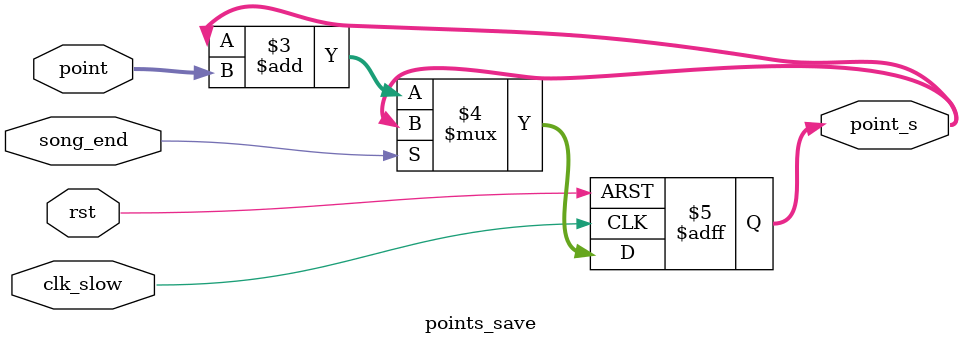
<source format=v>
module points_save(input clk_slow,rst,
					input [1:0] point,
					input song_end,
						output reg[11:0] point_s
						);

always@(posedge clk_slow or negedge rst)begin
if(!rst)begin
point_s <= 12'd0;
end else begin
point_s <= (song_end)? point_s : point_s + point;
end
end

endmodule
</source>
